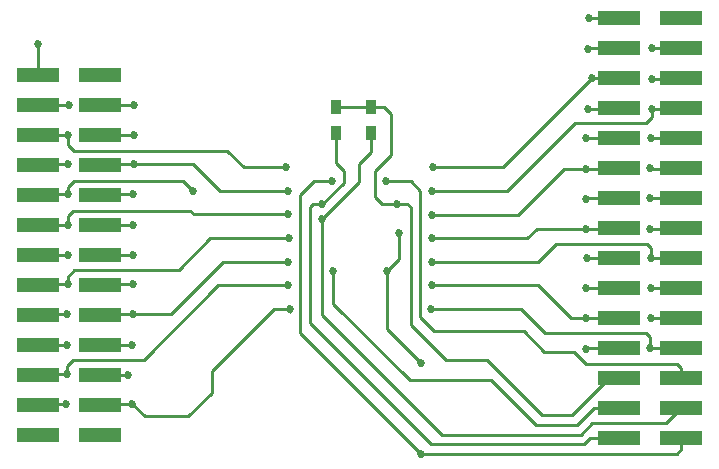
<source format=gtl>
G04 #@! TF.FileFunction,Copper,L1,Top,Signal*
%FSLAX46Y46*%
G04 Gerber Fmt 4.6, Leading zero omitted, Abs format (unit mm)*
G04 Created by KiCad (PCBNEW 4.0.1-stable) date 2/1/2017 11:49:35 PM*
%MOMM*%
G01*
G04 APERTURE LIST*
%ADD10C,0.100000*%
%ADD11R,3.560000X1.270000*%
%ADD12R,0.900000X1.200000*%
%ADD13C,0.685800*%
%ADD14C,0.254000*%
%ADD15C,0.250000*%
G04 APERTURE END LIST*
D10*
D11*
X-27200000Y12800000D03*
X-21990000Y12800000D03*
X-27200000Y10260000D03*
X-21990000Y10260000D03*
X-27200000Y7720000D03*
X-21990000Y7720000D03*
X-27200000Y5180000D03*
X-21990000Y5180000D03*
X-27200000Y2640000D03*
X-21990000Y2640000D03*
X-27200000Y100000D03*
X-21990000Y100000D03*
X-27200000Y-2440000D03*
X-21990000Y-2440000D03*
X-27200000Y-4980000D03*
X-21990000Y-4980000D03*
X-27200000Y-7520000D03*
X-21990000Y-7520000D03*
X-27200000Y-10060000D03*
X-21990000Y-10060000D03*
X-27200000Y-12600000D03*
X-21990000Y-12600000D03*
X-27200000Y-15140000D03*
X-21990000Y-15140000D03*
X-27200000Y-17680000D03*
X-21990000Y-17680000D03*
X22000000Y17600000D03*
X27210000Y17600000D03*
X22000000Y15060000D03*
X27210000Y15060000D03*
X22000000Y12520000D03*
X27210000Y12520000D03*
X22000000Y9980000D03*
X27210000Y9980000D03*
X22000000Y7440000D03*
X27210000Y7440000D03*
X22000000Y4900000D03*
X27210000Y4900000D03*
X22000000Y2360000D03*
X27210000Y2360000D03*
X22000000Y-180000D03*
X27210000Y-180000D03*
X22000000Y-2720000D03*
X27210000Y-2720000D03*
X22000000Y-5260000D03*
X27210000Y-5260000D03*
X22000000Y-7800000D03*
X27210000Y-7800000D03*
X22000000Y-10340000D03*
X27210000Y-10340000D03*
X22000000Y-12880000D03*
X27210000Y-12880000D03*
X22000000Y-15420000D03*
X27210000Y-15420000D03*
X22000000Y-17960000D03*
X27210000Y-17960000D03*
D12*
X-2000000Y10100000D03*
X-2000000Y7900000D03*
X1000000Y10100000D03*
X1000000Y7900000D03*
D13*
X-27254200Y15407640D03*
X19450000Y17625000D03*
X-24612600Y10261600D03*
X-19075400Y10261600D03*
X-24638000Y7747000D03*
X-6223000Y5003800D03*
X-19100800Y7747000D03*
X-2209800Y-3810000D03*
X5181600Y-19253200D03*
X5181600Y-11557000D03*
X-2362200Y3810000D03*
X2325000Y-3800000D03*
X3350000Y-600000D03*
X2286000Y3810000D03*
X-24658320Y5293360D03*
X-19121120Y5293360D03*
X-6070600Y2997200D03*
X-14061440Y3002280D03*
X-24683720Y2778760D03*
X-19146520Y2778760D03*
X-24668480Y86360D03*
X-6070600Y1016000D03*
X-19131280Y86360D03*
X-24693880Y-2428240D03*
X-19156680Y-2428240D03*
X-24714200Y-4881880D03*
X-5994400Y-1016000D03*
X-19177000Y-4881880D03*
X-24739600Y-7396480D03*
X-19202400Y-7396480D03*
X-6045200Y-2997200D03*
X-24754840Y-10048240D03*
X-19217640Y-10048240D03*
X-24775160Y-12501880D03*
X-6045200Y-5003800D03*
X-19588480Y-12578080D03*
X-24800560Y-15016480D03*
X-19263360Y-15016480D03*
X-5918200Y-7010400D03*
X19350000Y15050000D03*
X24775000Y15075000D03*
X6200000Y5000000D03*
X19700000Y12575000D03*
X24750000Y12500000D03*
X19325000Y9950000D03*
X6150000Y3000000D03*
X24750000Y9975000D03*
X19225000Y7450000D03*
X24650000Y7475000D03*
X6150000Y1000000D03*
X19200000Y4875000D03*
X24625000Y4900000D03*
X19200000Y2350000D03*
X24625000Y2375000D03*
X6150000Y-1000000D03*
X19175000Y-225000D03*
X24600000Y-200000D03*
X19250000Y-2675000D03*
X6125000Y-3000000D03*
X24675000Y-2650000D03*
X19225000Y-5250000D03*
X24650000Y-5225000D03*
X6125000Y-5000000D03*
X19225000Y-7775000D03*
X24650000Y-7750000D03*
X19200000Y-10350000D03*
X6050000Y-7000000D03*
X24625000Y-10325000D03*
X-3149600Y660400D03*
X-3175000Y1879600D03*
X3149600Y1905000D03*
D14*
X-27200000Y15353440D02*
X-27200000Y12800000D01*
X-27254200Y15407640D02*
X-27200000Y15353440D01*
X19475000Y17600000D02*
X22000000Y17600000D01*
X19450000Y17625000D02*
X19475000Y17600000D01*
X-24614200Y10260000D02*
X-24612600Y10261600D01*
X-24614200Y10260000D02*
X-27200000Y10260000D01*
X-19077000Y10260000D02*
X-19075400Y10261600D01*
X-19077000Y10260000D02*
X-21990000Y10260000D01*
X-6223000Y5003800D02*
X-9773920Y5003800D01*
X-27225400Y7745400D02*
X-24639600Y7745400D01*
X-24639600Y7745400D02*
X-24638000Y7747000D01*
X-24638000Y6913880D02*
X-24638000Y7747000D01*
X-24145240Y6421120D02*
X-24638000Y6913880D01*
X-11191240Y6421120D02*
X-24145240Y6421120D01*
X-9773920Y5003800D02*
X-11191240Y6421120D01*
X-19102400Y7745400D02*
X-22015400Y7745400D01*
X-19102400Y7745400D02*
X-19100800Y7747000D01*
X-2209800Y-3810000D02*
X-2209800Y-6540200D01*
X19855000Y-15420000D02*
X22000000Y-15420000D01*
X18450000Y-16825000D02*
X19855000Y-15420000D01*
X14975000Y-16825000D02*
X18450000Y-16825000D01*
X11150000Y-13000000D02*
X14975000Y-16825000D01*
X4250000Y-13000000D02*
X11150000Y-13000000D01*
X-2209800Y-6540200D02*
X4250000Y-13000000D01*
D15*
X5181600Y-19253200D02*
X5178400Y-19250000D01*
X2325000Y-3800000D02*
X2325000Y-8700400D01*
X2325000Y-8700400D02*
X5181600Y-11557000D01*
D14*
X-5054600Y-9017000D02*
X5178400Y-19250000D01*
X-5054600Y2641600D02*
X-5054600Y-9017000D01*
X-3886200Y3810000D02*
X-5054600Y2641600D01*
X-2362200Y3810000D02*
X-3886200Y3810000D01*
X27210000Y-18890000D02*
X27210000Y-17960000D01*
X5178400Y-19250000D02*
X26850000Y-19250000D01*
X26850000Y-19250000D02*
X27210000Y-18890000D01*
X3350000Y-2775000D02*
X3350000Y-600000D01*
X2325000Y-3800000D02*
X3350000Y-2775000D01*
X5156200Y-5715000D02*
X5156200Y-7656200D01*
X2286000Y3810000D02*
X4343400Y3810000D01*
X5156200Y2997200D02*
X5156200Y-5715000D01*
X4343400Y3810000D02*
X5156200Y2997200D01*
X27210000Y-11985000D02*
X27210000Y-12880000D01*
X26875000Y-11650000D02*
X27210000Y-11985000D01*
X19200000Y-11650000D02*
X26875000Y-11650000D01*
X18150000Y-10600000D02*
X19200000Y-11650000D01*
X15650000Y-10600000D02*
X18150000Y-10600000D01*
X13900000Y-8850000D02*
X15650000Y-10600000D01*
X6350000Y-8850000D02*
X13900000Y-8850000D01*
X5156200Y-7656200D02*
X6350000Y-8850000D01*
X-24659920Y5291760D02*
X-27245720Y5291760D01*
X-24659920Y5291760D02*
X-24658320Y5293360D01*
X-6070600Y2997200D02*
X-11805920Y2997200D01*
X-22035720Y5291760D02*
X-19122720Y5291760D01*
X-19122720Y5291760D02*
X-19121120Y5293360D01*
X-14102080Y5293360D02*
X-19121120Y5293360D01*
X-11805920Y2997200D02*
X-14102080Y5293360D01*
X-24683720Y3307080D02*
X-24683720Y2778760D01*
X-24130000Y3860800D02*
X-24683720Y3307080D01*
X-14919960Y3860800D02*
X-24130000Y3860800D01*
X-14061440Y3002280D02*
X-14919960Y3860800D01*
X-24685320Y2777160D02*
X-24683720Y2778760D01*
X-24685320Y2777160D02*
X-27271120Y2777160D01*
X-19148120Y2777160D02*
X-19146520Y2778760D01*
X-19148120Y2777160D02*
X-22061120Y2777160D01*
X-6070600Y1016000D02*
X-14030960Y1016000D01*
X-24670080Y84760D02*
X-27255880Y84760D01*
X-24670080Y84760D02*
X-24668480Y86360D01*
X-24668480Y883920D02*
X-24668480Y86360D01*
X-24221440Y1330960D02*
X-24668480Y883920D01*
X-14345920Y1330960D02*
X-24221440Y1330960D01*
X-14030960Y1016000D02*
X-14345920Y1330960D01*
X-19132880Y84760D02*
X-22045880Y84760D01*
X-19132880Y84760D02*
X-19131280Y86360D01*
X-24695480Y-2429840D02*
X-24693880Y-2428240D01*
X-24695480Y-2429840D02*
X-27281280Y-2429840D01*
X-19158280Y-2429840D02*
X-19156680Y-2428240D01*
X-19158280Y-2429840D02*
X-22071280Y-2429840D01*
X-5994400Y-1016000D02*
X-12639040Y-1016000D01*
X-24715800Y-4883480D02*
X-24714200Y-4881880D01*
X-24715800Y-4883480D02*
X-27301600Y-4883480D01*
X-24714200Y-4251960D02*
X-24714200Y-4881880D01*
X-24155400Y-3693160D02*
X-24714200Y-4251960D01*
X-15316200Y-3693160D02*
X-24155400Y-3693160D01*
X-12639040Y-1016000D02*
X-15316200Y-3693160D01*
X-19178600Y-4883480D02*
X-19177000Y-4881880D01*
X-19178600Y-4883480D02*
X-22091600Y-4883480D01*
X-24741200Y-7398080D02*
X-27327000Y-7398080D01*
X-24741200Y-7398080D02*
X-24739600Y-7396480D01*
X-6045200Y-2997200D02*
X-11577320Y-2997200D01*
X-19204000Y-7398080D02*
X-22117000Y-7398080D01*
X-19204000Y-7398080D02*
X-19202400Y-7396480D01*
X-15976600Y-7396480D02*
X-19202400Y-7396480D01*
X-11577320Y-2997200D02*
X-15976600Y-7396480D01*
X-24756440Y-10049840D02*
X-27342240Y-10049840D01*
X-24756440Y-10049840D02*
X-24754840Y-10048240D01*
X-19219240Y-10049840D02*
X-22132240Y-10049840D01*
X-19219240Y-10049840D02*
X-19217640Y-10048240D01*
X-6045200Y-5003800D02*
X-11973560Y-5003800D01*
X-24776760Y-12503480D02*
X-27362560Y-12503480D01*
X-24776760Y-12503480D02*
X-24775160Y-12501880D01*
X-24775160Y-11846560D02*
X-24775160Y-12501880D01*
X-24221440Y-11292840D02*
X-24775160Y-11846560D01*
X-18262600Y-11292840D02*
X-24221440Y-11292840D01*
X-11973560Y-5003800D02*
X-18262600Y-11292840D01*
X-19610400Y-12600000D02*
X-21990000Y-12600000D01*
X-19588480Y-12578080D02*
X-19610400Y-12600000D01*
X-24802160Y-15018080D02*
X-24800560Y-15016480D01*
X-24802160Y-15018080D02*
X-27387960Y-15018080D01*
X-5918200Y-7010400D02*
X-7208520Y-7010400D01*
X-19264960Y-15018080D02*
X-22177960Y-15018080D01*
X-19264960Y-15018080D02*
X-19263360Y-15016480D01*
X-18186400Y-16093440D02*
X-19263360Y-15016480D01*
X-14478000Y-16093440D02*
X-18186400Y-16093440D01*
X-12451080Y-14066520D02*
X-14478000Y-16093440D01*
X-12451080Y-12252960D02*
X-12451080Y-14066520D01*
X-7208520Y-7010400D02*
X-12451080Y-12252960D01*
D15*
X-5918200Y-7010400D02*
X-5918200Y-7239000D01*
D14*
X22150000Y15060000D02*
X19360000Y15060000D01*
X19360000Y15060000D02*
X19350000Y15050000D01*
X24790000Y15060000D02*
X24775000Y15075000D01*
X24790000Y15060000D02*
X27360000Y15060000D01*
X6200000Y5000000D02*
X12125000Y5000000D01*
X12125000Y5000000D02*
X19700000Y12575000D01*
X19755000Y12520000D02*
X22000000Y12520000D01*
X19700000Y12575000D02*
X19755000Y12520000D01*
X24765000Y12485000D02*
X27335000Y12485000D01*
X24765000Y12485000D02*
X24750000Y12500000D01*
X19335000Y9960000D02*
X19325000Y9950000D01*
X22125000Y9960000D02*
X19335000Y9960000D01*
X6150000Y3000000D02*
X12500000Y3000000D01*
X24750000Y9250000D02*
X24750000Y9975000D01*
X24225000Y8725000D02*
X24750000Y9250000D01*
X18225000Y8725000D02*
X24225000Y8725000D01*
X12500000Y3000000D02*
X18225000Y8725000D01*
X24765000Y9960000D02*
X27335000Y9960000D01*
X24765000Y9960000D02*
X24750000Y9975000D01*
X19235000Y7460000D02*
X19225000Y7450000D01*
X22025000Y7460000D02*
X19235000Y7460000D01*
X24665000Y7460000D02*
X27235000Y7460000D01*
X24665000Y7460000D02*
X24650000Y7475000D01*
X6150000Y1000000D02*
X13425000Y1000000D01*
X17300000Y4875000D02*
X19200000Y4875000D01*
X13425000Y1000000D02*
X17300000Y4875000D01*
X22000000Y4885000D02*
X19210000Y4885000D01*
X19210000Y4885000D02*
X19200000Y4875000D01*
X24640000Y4885000D02*
X24625000Y4900000D01*
X24640000Y4885000D02*
X27210000Y4885000D01*
X22000000Y2360000D02*
X19210000Y2360000D01*
X19210000Y2360000D02*
X19200000Y2350000D01*
X24640000Y2360000D02*
X24625000Y2375000D01*
X24640000Y2360000D02*
X27210000Y2360000D01*
X6150000Y-1000000D02*
X14225000Y-1000000D01*
X15000000Y-225000D02*
X19175000Y-225000D01*
X14225000Y-1000000D02*
X15000000Y-225000D01*
X19185000Y-215000D02*
X19175000Y-225000D01*
X21975000Y-215000D02*
X19185000Y-215000D01*
X24615000Y-215000D02*
X27185000Y-215000D01*
X24615000Y-215000D02*
X24600000Y-200000D01*
X22050000Y-2665000D02*
X19260000Y-2665000D01*
X19260000Y-2665000D02*
X19250000Y-2675000D01*
X6125000Y-3000000D02*
X15100000Y-3000000D01*
X24675000Y-1825000D02*
X24675000Y-2650000D01*
X24325000Y-1475000D02*
X24675000Y-1825000D01*
X16625000Y-1475000D02*
X24325000Y-1475000D01*
X15100000Y-3000000D02*
X16625000Y-1475000D01*
X24690000Y-2665000D02*
X24675000Y-2650000D01*
X24690000Y-2665000D02*
X27260000Y-2665000D01*
X19235000Y-5240000D02*
X19225000Y-5250000D01*
X22025000Y-5240000D02*
X19235000Y-5240000D01*
X24665000Y-5240000D02*
X27235000Y-5240000D01*
X24665000Y-5240000D02*
X24650000Y-5225000D01*
X6125000Y-5000000D02*
X15100000Y-5000000D01*
X17875000Y-7775000D02*
X19225000Y-7775000D01*
X15100000Y-5000000D02*
X17875000Y-7775000D01*
X19235000Y-7765000D02*
X19225000Y-7775000D01*
X22025000Y-7765000D02*
X19235000Y-7765000D01*
X24665000Y-7765000D02*
X27235000Y-7765000D01*
X24665000Y-7765000D02*
X24650000Y-7750000D01*
X22000000Y-10340000D02*
X19210000Y-10340000D01*
X19210000Y-10340000D02*
X19200000Y-10350000D01*
X6050000Y-7000000D02*
X13675000Y-7000000D01*
X24625000Y-9400000D02*
X24625000Y-10325000D01*
X24275000Y-9050000D02*
X24625000Y-9400000D01*
X15725000Y-9050000D02*
X24275000Y-9050000D01*
X13675000Y-7000000D02*
X15725000Y-9050000D01*
X24640000Y-10340000D02*
X24625000Y-10325000D01*
X24640000Y-10340000D02*
X27210000Y-10340000D01*
D15*
X1000000Y7900000D02*
X1000000Y6334000D01*
X-25400Y3784600D02*
X-3149600Y660400D01*
X-25400Y5308600D02*
X-25400Y3784600D01*
X1000000Y6334000D02*
X-25400Y5308600D01*
D14*
X-3149600Y-7467600D02*
X7032800Y-17650000D01*
X-3149600Y660400D02*
X-3149600Y-7467600D01*
X25980000Y-16650000D02*
X27210000Y-15420000D01*
X19725000Y-16650000D02*
X25980000Y-16650000D01*
X18725000Y-17650000D02*
X19725000Y-16650000D01*
X7032800Y-17650000D02*
X18725000Y-17650000D01*
D15*
X-2000000Y7900000D02*
X-2000000Y5327400D01*
X-1346200Y3708400D02*
X-3175000Y1879600D01*
X-1346200Y4673600D02*
X-1346200Y3708400D01*
X-2000000Y5327400D02*
X-1346200Y4673600D01*
D14*
X-4216400Y-8200000D02*
X6033600Y-18450000D01*
X19515000Y-17960000D02*
X22000000Y-17960000D01*
X19025000Y-18450000D02*
X19515000Y-17960000D01*
X6033600Y-18450000D02*
X19025000Y-18450000D01*
X-3175000Y1879600D02*
X-3937000Y1879600D01*
X-4216400Y1600200D02*
X-4216400Y-8200000D01*
X-4216400Y-8200000D02*
X-4216400Y-8204200D01*
X-3937000Y1879600D02*
X-4216400Y1600200D01*
D15*
X3149600Y1905000D02*
X1930400Y1905000D01*
X2041200Y10100000D02*
X1000000Y10100000D01*
X2667000Y9474200D02*
X2041200Y10100000D01*
X2667000Y6019800D02*
X2667000Y9474200D01*
X1320800Y4673600D02*
X2667000Y6019800D01*
X1320800Y2514600D02*
X1320800Y4673600D01*
X1930400Y1905000D02*
X1320800Y2514600D01*
X1000000Y10100000D02*
X-2000000Y10100000D01*
D14*
X4368800Y-6629400D02*
X4368800Y-8343800D01*
X3149600Y1905000D02*
X4064000Y1905000D01*
X4368800Y1600200D02*
X4368800Y-6629400D01*
X4064000Y1905000D02*
X4368800Y1600200D01*
X18025000Y-15975000D02*
X21120000Y-12880000D01*
X15450000Y-15975000D02*
X18025000Y-15975000D01*
X10800000Y-11325000D02*
X15450000Y-15975000D01*
X7350000Y-11325000D02*
X10800000Y-11325000D01*
X4368800Y-8343800D02*
X7350000Y-11325000D01*
X21120000Y-12880000D02*
X22000000Y-12880000D01*
M02*

</source>
